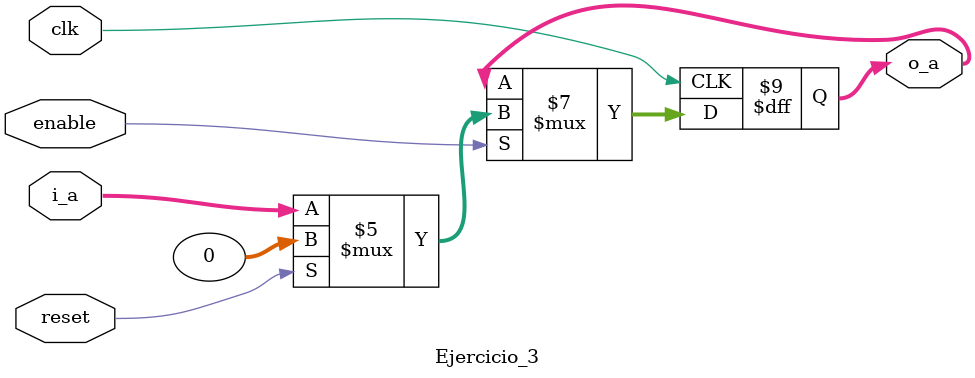
<source format=v>
`timescale 1ns / 1ps
module Ejercicio_3
	#( parameter N = 32
		)
	(	input wire [N-1:0]i_a,
		output reg [N-1:0]o_a,
		input wire enable,
		input wire reset,
		input wire clk
	);

always @(posedge clk)
begin
if (enable == 1)
	if (reset == 1)
		o_a <= 0;
	else	
		o_a<=i_a;

end

endmodule

</source>
